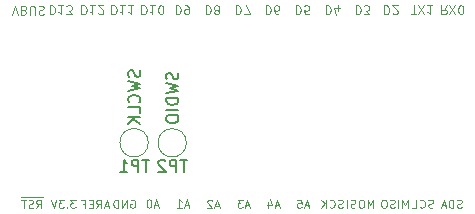
<source format=gbr>
G04 #@! TF.GenerationSoftware,KiCad,Pcbnew,(5.1.4)-1*
G04 #@! TF.CreationDate,2019-09-26T17:39:29-04:00*
G04 #@! TF.ProjectId,samd21-board,73616d64-3231-42d6-926f-6172642e6b69,rev?*
G04 #@! TF.SameCoordinates,Original*
G04 #@! TF.FileFunction,Legend,Bot*
G04 #@! TF.FilePolarity,Positive*
%FSLAX46Y46*%
G04 Gerber Fmt 4.6, Leading zero omitted, Abs format (unit mm)*
G04 Created by KiCad (PCBNEW (5.1.4)-1) date 2019-09-26 17:39:29*
%MOMM*%
%LPD*%
G04 APERTURE LIST*
%ADD10C,0.125000*%
%ADD11C,0.150000*%
%ADD12C,0.120000*%
G04 APERTURE END LIST*
D10*
X73474200Y-96230266D02*
X73140866Y-96230266D01*
X73540866Y-96430266D02*
X73307533Y-95730266D01*
X73074200Y-96430266D01*
X72474200Y-96430266D02*
X72874200Y-96430266D01*
X72674200Y-96430266D02*
X72674200Y-95730266D01*
X72740866Y-95830266D01*
X72807533Y-95896933D01*
X72874200Y-95930266D01*
X89085600Y-96455666D02*
X89085600Y-95755666D01*
X88852266Y-96255666D01*
X88618933Y-95755666D01*
X88618933Y-96455666D01*
X88152266Y-95755666D02*
X88018933Y-95755666D01*
X87952266Y-95789000D01*
X87885600Y-95855666D01*
X87852266Y-95989000D01*
X87852266Y-96222333D01*
X87885600Y-96355666D01*
X87952266Y-96422333D01*
X88018933Y-96455666D01*
X88152266Y-96455666D01*
X88218933Y-96422333D01*
X88285600Y-96355666D01*
X88318933Y-96222333D01*
X88318933Y-95989000D01*
X88285600Y-95855666D01*
X88218933Y-95789000D01*
X88152266Y-95755666D01*
X87585600Y-96422333D02*
X87485600Y-96455666D01*
X87318933Y-96455666D01*
X87252266Y-96422333D01*
X87218933Y-96389000D01*
X87185600Y-96322333D01*
X87185600Y-96255666D01*
X87218933Y-96189000D01*
X87252266Y-96155666D01*
X87318933Y-96122333D01*
X87452266Y-96089000D01*
X87518933Y-96055666D01*
X87552266Y-96022333D01*
X87585600Y-95955666D01*
X87585600Y-95889000D01*
X87552266Y-95822333D01*
X87518933Y-95789000D01*
X87452266Y-95755666D01*
X87285600Y-95755666D01*
X87185600Y-95789000D01*
X86885600Y-96455666D02*
X86885600Y-95755666D01*
X86498000Y-96422333D02*
X86398000Y-96455666D01*
X86231333Y-96455666D01*
X86164666Y-96422333D01*
X86131333Y-96389000D01*
X86098000Y-96322333D01*
X86098000Y-96255666D01*
X86131333Y-96189000D01*
X86164666Y-96155666D01*
X86231333Y-96122333D01*
X86364666Y-96089000D01*
X86431333Y-96055666D01*
X86464666Y-96022333D01*
X86498000Y-95955666D01*
X86498000Y-95889000D01*
X86464666Y-95822333D01*
X86431333Y-95789000D01*
X86364666Y-95755666D01*
X86198000Y-95755666D01*
X86098000Y-95789000D01*
X85398000Y-96389000D02*
X85431333Y-96422333D01*
X85531333Y-96455666D01*
X85598000Y-96455666D01*
X85698000Y-96422333D01*
X85764666Y-96355666D01*
X85798000Y-96289000D01*
X85831333Y-96155666D01*
X85831333Y-96055666D01*
X85798000Y-95922333D01*
X85764666Y-95855666D01*
X85698000Y-95789000D01*
X85598000Y-95755666D01*
X85531333Y-95755666D01*
X85431333Y-95789000D01*
X85398000Y-95822333D01*
X85098000Y-96455666D02*
X85098000Y-95755666D01*
X84698000Y-96455666D02*
X84998000Y-96055666D01*
X84698000Y-95755666D02*
X85098000Y-96155666D01*
X96582600Y-96422333D02*
X96482600Y-96455666D01*
X96315933Y-96455666D01*
X96249266Y-96422333D01*
X96215933Y-96389000D01*
X96182600Y-96322333D01*
X96182600Y-96255666D01*
X96215933Y-96189000D01*
X96249266Y-96155666D01*
X96315933Y-96122333D01*
X96449266Y-96089000D01*
X96515933Y-96055666D01*
X96549266Y-96022333D01*
X96582600Y-95955666D01*
X96582600Y-95889000D01*
X96549266Y-95822333D01*
X96515933Y-95789000D01*
X96449266Y-95755666D01*
X96282600Y-95755666D01*
X96182600Y-95789000D01*
X95882600Y-96455666D02*
X95882600Y-95755666D01*
X95715933Y-95755666D01*
X95615933Y-95789000D01*
X95549266Y-95855666D01*
X95515933Y-95922333D01*
X95482600Y-96055666D01*
X95482600Y-96155666D01*
X95515933Y-96289000D01*
X95549266Y-96355666D01*
X95615933Y-96422333D01*
X95715933Y-96455666D01*
X95882600Y-96455666D01*
X95215933Y-96255666D02*
X94882600Y-96255666D01*
X95282600Y-96455666D02*
X95049266Y-95755666D01*
X94815933Y-96455666D01*
X68554533Y-95789000D02*
X68621200Y-95755666D01*
X68721200Y-95755666D01*
X68821200Y-95789000D01*
X68887866Y-95855666D01*
X68921200Y-95922333D01*
X68954533Y-96055666D01*
X68954533Y-96155666D01*
X68921200Y-96289000D01*
X68887866Y-96355666D01*
X68821200Y-96422333D01*
X68721200Y-96455666D01*
X68654533Y-96455666D01*
X68554533Y-96422333D01*
X68521200Y-96389000D01*
X68521200Y-96155666D01*
X68654533Y-96155666D01*
X68221200Y-96455666D02*
X68221200Y-95755666D01*
X67821200Y-96455666D01*
X67821200Y-95755666D01*
X67487866Y-96455666D02*
X67487866Y-95755666D01*
X67321200Y-95755666D01*
X67221200Y-95789000D01*
X67154533Y-95855666D01*
X67121200Y-95922333D01*
X67087866Y-96055666D01*
X67087866Y-96155666D01*
X67121200Y-96289000D01*
X67154533Y-96355666D01*
X67221200Y-96422333D01*
X67321200Y-96455666D01*
X67487866Y-96455666D01*
X76039600Y-96281066D02*
X75706266Y-96281066D01*
X76106266Y-96481066D02*
X75872933Y-95781066D01*
X75639600Y-96481066D01*
X75439600Y-95847733D02*
X75406266Y-95814400D01*
X75339600Y-95781066D01*
X75172933Y-95781066D01*
X75106266Y-95814400D01*
X75072933Y-95847733D01*
X75039600Y-95914400D01*
X75039600Y-95981066D01*
X75072933Y-96081066D01*
X75472933Y-96481066D01*
X75039600Y-96481066D01*
X81145000Y-96255666D02*
X80811666Y-96255666D01*
X81211666Y-96455666D02*
X80978333Y-95755666D01*
X80745000Y-96455666D01*
X80211666Y-95989000D02*
X80211666Y-96455666D01*
X80378333Y-95722333D02*
X80545000Y-96222333D01*
X80111666Y-96222333D01*
X63898333Y-95755666D02*
X63465000Y-95755666D01*
X63698333Y-96022333D01*
X63598333Y-96022333D01*
X63531666Y-96055666D01*
X63498333Y-96089000D01*
X63465000Y-96155666D01*
X63465000Y-96322333D01*
X63498333Y-96389000D01*
X63531666Y-96422333D01*
X63598333Y-96455666D01*
X63798333Y-96455666D01*
X63865000Y-96422333D01*
X63898333Y-96389000D01*
X63165000Y-96389000D02*
X63131666Y-96422333D01*
X63165000Y-96455666D01*
X63198333Y-96422333D01*
X63165000Y-96389000D01*
X63165000Y-96455666D01*
X62898333Y-95755666D02*
X62465000Y-95755666D01*
X62698333Y-96022333D01*
X62598333Y-96022333D01*
X62531666Y-96055666D01*
X62498333Y-96089000D01*
X62465000Y-96155666D01*
X62465000Y-96322333D01*
X62498333Y-96389000D01*
X62531666Y-96422333D01*
X62598333Y-96455666D01*
X62798333Y-96455666D01*
X62865000Y-96422333D01*
X62898333Y-96389000D01*
X62265000Y-95755666D02*
X62031666Y-96455666D01*
X61798333Y-95755666D01*
X66690733Y-96281066D02*
X66357400Y-96281066D01*
X66757400Y-96481066D02*
X66524066Y-95781066D01*
X66290733Y-96481066D01*
X65657400Y-96481066D02*
X65890733Y-96147733D01*
X66057400Y-96481066D02*
X66057400Y-95781066D01*
X65790733Y-95781066D01*
X65724066Y-95814400D01*
X65690733Y-95847733D01*
X65657400Y-95914400D01*
X65657400Y-96014400D01*
X65690733Y-96081066D01*
X65724066Y-96114400D01*
X65790733Y-96147733D01*
X66057400Y-96147733D01*
X65357400Y-96114400D02*
X65124066Y-96114400D01*
X65024066Y-96481066D02*
X65357400Y-96481066D01*
X65357400Y-95781066D01*
X65024066Y-95781066D01*
X64490733Y-96114400D02*
X64724066Y-96114400D01*
X64724066Y-96481066D02*
X64724066Y-95781066D01*
X64390733Y-95781066D01*
X92006600Y-96455666D02*
X92006600Y-95755666D01*
X91773266Y-96255666D01*
X91539933Y-95755666D01*
X91539933Y-96455666D01*
X91206600Y-96455666D02*
X91206600Y-95755666D01*
X90906600Y-96422333D02*
X90806600Y-96455666D01*
X90639933Y-96455666D01*
X90573266Y-96422333D01*
X90539933Y-96389000D01*
X90506600Y-96322333D01*
X90506600Y-96255666D01*
X90539933Y-96189000D01*
X90573266Y-96155666D01*
X90639933Y-96122333D01*
X90773266Y-96089000D01*
X90839933Y-96055666D01*
X90873266Y-96022333D01*
X90906600Y-95955666D01*
X90906600Y-95889000D01*
X90873266Y-95822333D01*
X90839933Y-95789000D01*
X90773266Y-95755666D01*
X90606600Y-95755666D01*
X90506600Y-95789000D01*
X90073266Y-95755666D02*
X89939933Y-95755666D01*
X89873266Y-95789000D01*
X89806600Y-95855666D01*
X89773266Y-95989000D01*
X89773266Y-96222333D01*
X89806600Y-96355666D01*
X89873266Y-96422333D01*
X89939933Y-96455666D01*
X90073266Y-96455666D01*
X90139933Y-96422333D01*
X90206600Y-96355666D01*
X90239933Y-96222333D01*
X90239933Y-95989000D01*
X90206600Y-95855666D01*
X90139933Y-95789000D01*
X90073266Y-95755666D01*
X78605000Y-96255666D02*
X78271666Y-96255666D01*
X78671666Y-96455666D02*
X78438333Y-95755666D01*
X78205000Y-96455666D01*
X78038333Y-95755666D02*
X77605000Y-95755666D01*
X77838333Y-96022333D01*
X77738333Y-96022333D01*
X77671666Y-96055666D01*
X77638333Y-96089000D01*
X77605000Y-96155666D01*
X77605000Y-96322333D01*
X77638333Y-96389000D01*
X77671666Y-96422333D01*
X77738333Y-96455666D01*
X77938333Y-96455666D01*
X78005000Y-96422333D01*
X78038333Y-96389000D01*
X61148000Y-95497900D02*
X60448000Y-95497900D01*
X60581333Y-96481066D02*
X60814666Y-96147733D01*
X60981333Y-96481066D02*
X60981333Y-95781066D01*
X60714666Y-95781066D01*
X60648000Y-95814400D01*
X60614666Y-95847733D01*
X60581333Y-95914400D01*
X60581333Y-96014400D01*
X60614666Y-96081066D01*
X60648000Y-96114400D01*
X60714666Y-96147733D01*
X60981333Y-96147733D01*
X60448000Y-95497900D02*
X59781333Y-95497900D01*
X60314666Y-96447733D02*
X60214666Y-96481066D01*
X60048000Y-96481066D01*
X59981333Y-96447733D01*
X59948000Y-96414400D01*
X59914666Y-96347733D01*
X59914666Y-96281066D01*
X59948000Y-96214400D01*
X59981333Y-96181066D01*
X60048000Y-96147733D01*
X60181333Y-96114400D01*
X60248000Y-96081066D01*
X60281333Y-96047733D01*
X60314666Y-95981066D01*
X60314666Y-95914400D01*
X60281333Y-95847733D01*
X60248000Y-95814400D01*
X60181333Y-95781066D01*
X60014666Y-95781066D01*
X59914666Y-95814400D01*
X59781333Y-95497900D02*
X59248000Y-95497900D01*
X59714666Y-95781066D02*
X59314666Y-95781066D01*
X59514666Y-96481066D02*
X59514666Y-95781066D01*
X94152933Y-96422333D02*
X94052933Y-96455666D01*
X93886266Y-96455666D01*
X93819600Y-96422333D01*
X93786266Y-96389000D01*
X93752933Y-96322333D01*
X93752933Y-96255666D01*
X93786266Y-96189000D01*
X93819600Y-96155666D01*
X93886266Y-96122333D01*
X94019600Y-96089000D01*
X94086266Y-96055666D01*
X94119600Y-96022333D01*
X94152933Y-95955666D01*
X94152933Y-95889000D01*
X94119600Y-95822333D01*
X94086266Y-95789000D01*
X94019600Y-95755666D01*
X93852933Y-95755666D01*
X93752933Y-95789000D01*
X93052933Y-96389000D02*
X93086266Y-96422333D01*
X93186266Y-96455666D01*
X93252933Y-96455666D01*
X93352933Y-96422333D01*
X93419600Y-96355666D01*
X93452933Y-96289000D01*
X93486266Y-96155666D01*
X93486266Y-96055666D01*
X93452933Y-95922333D01*
X93419600Y-95855666D01*
X93352933Y-95789000D01*
X93252933Y-95755666D01*
X93186266Y-95755666D01*
X93086266Y-95789000D01*
X93052933Y-95822333D01*
X92419600Y-96455666D02*
X92752933Y-96455666D01*
X92752933Y-95755666D01*
X70908800Y-96230266D02*
X70575466Y-96230266D01*
X70975466Y-96430266D02*
X70742133Y-95730266D01*
X70508800Y-96430266D01*
X70142133Y-95730266D02*
X70075466Y-95730266D01*
X70008800Y-95763600D01*
X69975466Y-95796933D01*
X69942133Y-95863600D01*
X69908800Y-95996933D01*
X69908800Y-96163600D01*
X69942133Y-96296933D01*
X69975466Y-96363600D01*
X70008800Y-96396933D01*
X70075466Y-96430266D01*
X70142133Y-96430266D01*
X70208800Y-96396933D01*
X70242133Y-96363600D01*
X70275466Y-96296933D01*
X70308800Y-96163600D01*
X70308800Y-95996933D01*
X70275466Y-95863600D01*
X70242133Y-95796933D01*
X70208800Y-95763600D01*
X70142133Y-95730266D01*
X83634200Y-96255666D02*
X83300866Y-96255666D01*
X83700866Y-96455666D02*
X83467533Y-95755666D01*
X83234200Y-96455666D01*
X82667533Y-95755666D02*
X83000866Y-95755666D01*
X83034200Y-96089000D01*
X83000866Y-96055666D01*
X82934200Y-96022333D01*
X82767533Y-96022333D01*
X82700866Y-96055666D01*
X82667533Y-96089000D01*
X82634200Y-96155666D01*
X82634200Y-96322333D01*
X82667533Y-96389000D01*
X82700866Y-96422333D01*
X82767533Y-96455666D01*
X82934200Y-96455666D01*
X83000866Y-96422333D01*
X83034200Y-96389000D01*
X58518200Y-80090514D02*
X58768200Y-79340514D01*
X59018200Y-80090514D01*
X59518200Y-79733371D02*
X59625342Y-79697657D01*
X59661057Y-79661942D01*
X59696771Y-79590514D01*
X59696771Y-79483371D01*
X59661057Y-79411942D01*
X59625342Y-79376228D01*
X59553914Y-79340514D01*
X59268200Y-79340514D01*
X59268200Y-80090514D01*
X59518200Y-80090514D01*
X59589628Y-80054800D01*
X59625342Y-80019085D01*
X59661057Y-79947657D01*
X59661057Y-79876228D01*
X59625342Y-79804800D01*
X59589628Y-79769085D01*
X59518200Y-79733371D01*
X59268200Y-79733371D01*
X60018200Y-80090514D02*
X60018200Y-79483371D01*
X60053914Y-79411942D01*
X60089628Y-79376228D01*
X60161057Y-79340514D01*
X60303914Y-79340514D01*
X60375342Y-79376228D01*
X60411057Y-79411942D01*
X60446771Y-79483371D01*
X60446771Y-80090514D01*
X60768200Y-79376228D02*
X60875342Y-79340514D01*
X61053914Y-79340514D01*
X61125342Y-79376228D01*
X61161057Y-79411942D01*
X61196771Y-79483371D01*
X61196771Y-79554800D01*
X61161057Y-79626228D01*
X61125342Y-79661942D01*
X61053914Y-79697657D01*
X60911057Y-79733371D01*
X60839628Y-79769085D01*
X60803914Y-79804800D01*
X60768200Y-79876228D01*
X60768200Y-79947657D01*
X60803914Y-80019085D01*
X60839628Y-80054800D01*
X60911057Y-80090514D01*
X61089628Y-80090514D01*
X61196771Y-80054800D01*
X77449828Y-79315114D02*
X77449828Y-80065114D01*
X77628400Y-80065114D01*
X77735542Y-80029400D01*
X77806971Y-79957971D01*
X77842685Y-79886542D01*
X77878400Y-79743685D01*
X77878400Y-79636542D01*
X77842685Y-79493685D01*
X77806971Y-79422257D01*
X77735542Y-79350828D01*
X77628400Y-79315114D01*
X77449828Y-79315114D01*
X78128400Y-80065114D02*
X78628400Y-80065114D01*
X78306971Y-79315114D01*
X64392685Y-79315114D02*
X64392685Y-80065114D01*
X64571257Y-80065114D01*
X64678400Y-80029400D01*
X64749828Y-79957971D01*
X64785542Y-79886542D01*
X64821257Y-79743685D01*
X64821257Y-79636542D01*
X64785542Y-79493685D01*
X64749828Y-79422257D01*
X64678400Y-79350828D01*
X64571257Y-79315114D01*
X64392685Y-79315114D01*
X65535542Y-79315114D02*
X65106971Y-79315114D01*
X65321257Y-79315114D02*
X65321257Y-80065114D01*
X65249828Y-79957971D01*
X65178400Y-79886542D01*
X65106971Y-79850828D01*
X65821257Y-79993685D02*
X65856971Y-80029400D01*
X65928400Y-80065114D01*
X66106971Y-80065114D01*
X66178400Y-80029400D01*
X66214114Y-79993685D01*
X66249828Y-79922257D01*
X66249828Y-79850828D01*
X66214114Y-79743685D01*
X65785542Y-79315114D01*
X66249828Y-79315114D01*
X92314828Y-80065114D02*
X92743400Y-80065114D01*
X92529114Y-79315114D02*
X92529114Y-80065114D01*
X92921971Y-80065114D02*
X93421971Y-79315114D01*
X93421971Y-80065114D02*
X92921971Y-79315114D01*
X94100542Y-79315114D02*
X93671971Y-79315114D01*
X93886257Y-79315114D02*
X93886257Y-80065114D01*
X93814828Y-79957971D01*
X93743400Y-79886542D01*
X93671971Y-79850828D01*
X90022828Y-79315114D02*
X90022828Y-80065114D01*
X90201400Y-80065114D01*
X90308542Y-80029400D01*
X90379971Y-79957971D01*
X90415685Y-79886542D01*
X90451400Y-79743685D01*
X90451400Y-79636542D01*
X90415685Y-79493685D01*
X90379971Y-79422257D01*
X90308542Y-79350828D01*
X90201400Y-79315114D01*
X90022828Y-79315114D01*
X90737114Y-79993685D02*
X90772828Y-80029400D01*
X90844257Y-80065114D01*
X91022828Y-80065114D01*
X91094257Y-80029400D01*
X91129971Y-79993685D01*
X91165685Y-79922257D01*
X91165685Y-79850828D01*
X91129971Y-79743685D01*
X90701400Y-79315114D01*
X91165685Y-79315114D01*
X69472685Y-79315114D02*
X69472685Y-80065114D01*
X69651257Y-80065114D01*
X69758400Y-80029400D01*
X69829828Y-79957971D01*
X69865542Y-79886542D01*
X69901257Y-79743685D01*
X69901257Y-79636542D01*
X69865542Y-79493685D01*
X69829828Y-79422257D01*
X69758400Y-79350828D01*
X69651257Y-79315114D01*
X69472685Y-79315114D01*
X70615542Y-79315114D02*
X70186971Y-79315114D01*
X70401257Y-79315114D02*
X70401257Y-80065114D01*
X70329828Y-79957971D01*
X70258400Y-79886542D01*
X70186971Y-79850828D01*
X71079828Y-80065114D02*
X71151257Y-80065114D01*
X71222685Y-80029400D01*
X71258400Y-79993685D01*
X71294114Y-79922257D01*
X71329828Y-79779400D01*
X71329828Y-79600828D01*
X71294114Y-79457971D01*
X71258400Y-79386542D01*
X71222685Y-79350828D01*
X71151257Y-79315114D01*
X71079828Y-79315114D01*
X71008400Y-79350828D01*
X70972685Y-79386542D01*
X70936971Y-79457971D01*
X70901257Y-79600828D01*
X70901257Y-79779400D01*
X70936971Y-79922257D01*
X70972685Y-79993685D01*
X71008400Y-80029400D01*
X71079828Y-80065114D01*
X79989828Y-79315114D02*
X79989828Y-80065114D01*
X80168400Y-80065114D01*
X80275542Y-80029400D01*
X80346971Y-79957971D01*
X80382685Y-79886542D01*
X80418400Y-79743685D01*
X80418400Y-79636542D01*
X80382685Y-79493685D01*
X80346971Y-79422257D01*
X80275542Y-79350828D01*
X80168400Y-79315114D01*
X79989828Y-79315114D01*
X81061257Y-80065114D02*
X80918400Y-80065114D01*
X80846971Y-80029400D01*
X80811257Y-79993685D01*
X80739828Y-79886542D01*
X80704114Y-79743685D01*
X80704114Y-79457971D01*
X80739828Y-79386542D01*
X80775542Y-79350828D01*
X80846971Y-79315114D01*
X80989828Y-79315114D01*
X81061257Y-79350828D01*
X81096971Y-79386542D01*
X81132685Y-79457971D01*
X81132685Y-79636542D01*
X81096971Y-79707971D01*
X81061257Y-79743685D01*
X80989828Y-79779400D01*
X80846971Y-79779400D01*
X80775542Y-79743685D01*
X80739828Y-79707971D01*
X80704114Y-79636542D01*
X61725685Y-79315114D02*
X61725685Y-80065114D01*
X61904257Y-80065114D01*
X62011400Y-80029400D01*
X62082828Y-79957971D01*
X62118542Y-79886542D01*
X62154257Y-79743685D01*
X62154257Y-79636542D01*
X62118542Y-79493685D01*
X62082828Y-79422257D01*
X62011400Y-79350828D01*
X61904257Y-79315114D01*
X61725685Y-79315114D01*
X62868542Y-79315114D02*
X62439971Y-79315114D01*
X62654257Y-79315114D02*
X62654257Y-80065114D01*
X62582828Y-79957971D01*
X62511400Y-79886542D01*
X62439971Y-79850828D01*
X63118542Y-80065114D02*
X63582828Y-80065114D01*
X63332828Y-79779400D01*
X63439971Y-79779400D01*
X63511400Y-79743685D01*
X63547114Y-79707971D01*
X63582828Y-79636542D01*
X63582828Y-79457971D01*
X63547114Y-79386542D01*
X63511400Y-79350828D01*
X63439971Y-79315114D01*
X63225685Y-79315114D01*
X63154257Y-79350828D01*
X63118542Y-79386542D01*
X66932685Y-79315114D02*
X66932685Y-80065114D01*
X67111257Y-80065114D01*
X67218400Y-80029400D01*
X67289828Y-79957971D01*
X67325542Y-79886542D01*
X67361257Y-79743685D01*
X67361257Y-79636542D01*
X67325542Y-79493685D01*
X67289828Y-79422257D01*
X67218400Y-79350828D01*
X67111257Y-79315114D01*
X66932685Y-79315114D01*
X68075542Y-79315114D02*
X67646971Y-79315114D01*
X67861257Y-79315114D02*
X67861257Y-80065114D01*
X67789828Y-79957971D01*
X67718400Y-79886542D01*
X67646971Y-79850828D01*
X68789828Y-79315114D02*
X68361257Y-79315114D01*
X68575542Y-79315114D02*
X68575542Y-80065114D01*
X68504114Y-79957971D01*
X68432685Y-79886542D01*
X68361257Y-79850828D01*
X82529828Y-79315114D02*
X82529828Y-80065114D01*
X82708400Y-80065114D01*
X82815542Y-80029400D01*
X82886971Y-79957971D01*
X82922685Y-79886542D01*
X82958400Y-79743685D01*
X82958400Y-79636542D01*
X82922685Y-79493685D01*
X82886971Y-79422257D01*
X82815542Y-79350828D01*
X82708400Y-79315114D01*
X82529828Y-79315114D01*
X83636971Y-80065114D02*
X83279828Y-80065114D01*
X83244114Y-79707971D01*
X83279828Y-79743685D01*
X83351257Y-79779400D01*
X83529828Y-79779400D01*
X83601257Y-79743685D01*
X83636971Y-79707971D01*
X83672685Y-79636542D01*
X83672685Y-79457971D01*
X83636971Y-79386542D01*
X83601257Y-79350828D01*
X83529828Y-79315114D01*
X83351257Y-79315114D01*
X83279828Y-79350828D01*
X83244114Y-79386542D01*
X95301257Y-79315114D02*
X95051257Y-79672257D01*
X94872685Y-79315114D02*
X94872685Y-80065114D01*
X95158400Y-80065114D01*
X95229828Y-80029400D01*
X95265542Y-79993685D01*
X95301257Y-79922257D01*
X95301257Y-79815114D01*
X95265542Y-79743685D01*
X95229828Y-79707971D01*
X95158400Y-79672257D01*
X94872685Y-79672257D01*
X95551257Y-80065114D02*
X96051257Y-79315114D01*
X96051257Y-80065114D02*
X95551257Y-79315114D01*
X96479828Y-80065114D02*
X96551257Y-80065114D01*
X96622685Y-80029400D01*
X96658400Y-79993685D01*
X96694114Y-79922257D01*
X96729828Y-79779400D01*
X96729828Y-79600828D01*
X96694114Y-79457971D01*
X96658400Y-79386542D01*
X96622685Y-79350828D01*
X96551257Y-79315114D01*
X96479828Y-79315114D01*
X96408400Y-79350828D01*
X96372685Y-79386542D01*
X96336971Y-79457971D01*
X96301257Y-79600828D01*
X96301257Y-79779400D01*
X96336971Y-79922257D01*
X96372685Y-79993685D01*
X96408400Y-80029400D01*
X96479828Y-80065114D01*
X74909828Y-79315114D02*
X74909828Y-80065114D01*
X75088400Y-80065114D01*
X75195542Y-80029400D01*
X75266971Y-79957971D01*
X75302685Y-79886542D01*
X75338400Y-79743685D01*
X75338400Y-79636542D01*
X75302685Y-79493685D01*
X75266971Y-79422257D01*
X75195542Y-79350828D01*
X75088400Y-79315114D01*
X74909828Y-79315114D01*
X75766971Y-79743685D02*
X75695542Y-79779400D01*
X75659828Y-79815114D01*
X75624114Y-79886542D01*
X75624114Y-79922257D01*
X75659828Y-79993685D01*
X75695542Y-80029400D01*
X75766971Y-80065114D01*
X75909828Y-80065114D01*
X75981257Y-80029400D01*
X76016971Y-79993685D01*
X76052685Y-79922257D01*
X76052685Y-79886542D01*
X76016971Y-79815114D01*
X75981257Y-79779400D01*
X75909828Y-79743685D01*
X75766971Y-79743685D01*
X75695542Y-79707971D01*
X75659828Y-79672257D01*
X75624114Y-79600828D01*
X75624114Y-79457971D01*
X75659828Y-79386542D01*
X75695542Y-79350828D01*
X75766971Y-79315114D01*
X75909828Y-79315114D01*
X75981257Y-79350828D01*
X76016971Y-79386542D01*
X76052685Y-79457971D01*
X76052685Y-79600828D01*
X76016971Y-79672257D01*
X75981257Y-79707971D01*
X75909828Y-79743685D01*
X85069828Y-79315114D02*
X85069828Y-80065114D01*
X85248400Y-80065114D01*
X85355542Y-80029400D01*
X85426971Y-79957971D01*
X85462685Y-79886542D01*
X85498400Y-79743685D01*
X85498400Y-79636542D01*
X85462685Y-79493685D01*
X85426971Y-79422257D01*
X85355542Y-79350828D01*
X85248400Y-79315114D01*
X85069828Y-79315114D01*
X86141257Y-79815114D02*
X86141257Y-79315114D01*
X85962685Y-80100828D02*
X85784114Y-79565114D01*
X86248400Y-79565114D01*
X72369828Y-79315114D02*
X72369828Y-80065114D01*
X72548400Y-80065114D01*
X72655542Y-80029400D01*
X72726971Y-79957971D01*
X72762685Y-79886542D01*
X72798400Y-79743685D01*
X72798400Y-79636542D01*
X72762685Y-79493685D01*
X72726971Y-79422257D01*
X72655542Y-79350828D01*
X72548400Y-79315114D01*
X72369828Y-79315114D01*
X73155542Y-79315114D02*
X73298400Y-79315114D01*
X73369828Y-79350828D01*
X73405542Y-79386542D01*
X73476971Y-79493685D01*
X73512685Y-79636542D01*
X73512685Y-79922257D01*
X73476971Y-79993685D01*
X73441257Y-80029400D01*
X73369828Y-80065114D01*
X73226971Y-80065114D01*
X73155542Y-80029400D01*
X73119828Y-79993685D01*
X73084114Y-79922257D01*
X73084114Y-79743685D01*
X73119828Y-79672257D01*
X73155542Y-79636542D01*
X73226971Y-79600828D01*
X73369828Y-79600828D01*
X73441257Y-79636542D01*
X73476971Y-79672257D01*
X73512685Y-79743685D01*
X87609828Y-79315114D02*
X87609828Y-80065114D01*
X87788400Y-80065114D01*
X87895542Y-80029400D01*
X87966971Y-79957971D01*
X88002685Y-79886542D01*
X88038400Y-79743685D01*
X88038400Y-79636542D01*
X88002685Y-79493685D01*
X87966971Y-79422257D01*
X87895542Y-79350828D01*
X87788400Y-79315114D01*
X87609828Y-79315114D01*
X88288400Y-80065114D02*
X88752685Y-80065114D01*
X88502685Y-79779400D01*
X88609828Y-79779400D01*
X88681257Y-79743685D01*
X88716971Y-79707971D01*
X88752685Y-79636542D01*
X88752685Y-79457971D01*
X88716971Y-79386542D01*
X88681257Y-79350828D01*
X88609828Y-79315114D01*
X88395542Y-79315114D01*
X88324114Y-79350828D01*
X88288400Y-79386542D01*
D11*
X69314961Y-84809295D02*
X69362580Y-84952152D01*
X69362580Y-85190247D01*
X69314961Y-85285485D01*
X69267342Y-85333104D01*
X69172104Y-85380723D01*
X69076866Y-85380723D01*
X68981628Y-85333104D01*
X68934009Y-85285485D01*
X68886390Y-85190247D01*
X68838771Y-84999771D01*
X68791152Y-84904533D01*
X68743533Y-84856914D01*
X68648295Y-84809295D01*
X68553057Y-84809295D01*
X68457819Y-84856914D01*
X68410200Y-84904533D01*
X68362580Y-84999771D01*
X68362580Y-85237866D01*
X68410200Y-85380723D01*
X68362580Y-85714057D02*
X69362580Y-85952152D01*
X68648295Y-86142628D01*
X69362580Y-86333104D01*
X68362580Y-86571200D01*
X69267342Y-87523580D02*
X69314961Y-87475961D01*
X69362580Y-87333104D01*
X69362580Y-87237866D01*
X69314961Y-87095009D01*
X69219723Y-86999771D01*
X69124485Y-86952152D01*
X68934009Y-86904533D01*
X68791152Y-86904533D01*
X68600676Y-86952152D01*
X68505438Y-86999771D01*
X68410200Y-87095009D01*
X68362580Y-87237866D01*
X68362580Y-87333104D01*
X68410200Y-87475961D01*
X68457819Y-87523580D01*
X69362580Y-88428342D02*
X69362580Y-87952152D01*
X68362580Y-87952152D01*
X69362580Y-88761676D02*
X68362580Y-88761676D01*
X69362580Y-89333104D02*
X68791152Y-88904533D01*
X68362580Y-89333104D02*
X68934009Y-88761676D01*
X72540761Y-85002952D02*
X72588380Y-85145809D01*
X72588380Y-85383904D01*
X72540761Y-85479142D01*
X72493142Y-85526761D01*
X72397904Y-85574380D01*
X72302666Y-85574380D01*
X72207428Y-85526761D01*
X72159809Y-85479142D01*
X72112190Y-85383904D01*
X72064571Y-85193428D01*
X72016952Y-85098190D01*
X71969333Y-85050571D01*
X71874095Y-85002952D01*
X71778857Y-85002952D01*
X71683619Y-85050571D01*
X71636000Y-85098190D01*
X71588380Y-85193428D01*
X71588380Y-85431523D01*
X71636000Y-85574380D01*
X71588380Y-85907714D02*
X72588380Y-86145809D01*
X71874095Y-86336285D01*
X72588380Y-86526761D01*
X71588380Y-86764857D01*
X72588380Y-87145809D02*
X71588380Y-87145809D01*
X71588380Y-87383904D01*
X71636000Y-87526761D01*
X71731238Y-87622000D01*
X71826476Y-87669619D01*
X72016952Y-87717238D01*
X72159809Y-87717238D01*
X72350285Y-87669619D01*
X72445523Y-87622000D01*
X72540761Y-87526761D01*
X72588380Y-87383904D01*
X72588380Y-87145809D01*
X72588380Y-88145809D02*
X71588380Y-88145809D01*
X71588380Y-88812476D02*
X71588380Y-89002952D01*
X71636000Y-89098190D01*
X71731238Y-89193428D01*
X71921714Y-89241047D01*
X72255047Y-89241047D01*
X72445523Y-89193428D01*
X72540761Y-89098190D01*
X72588380Y-89002952D01*
X72588380Y-88812476D01*
X72540761Y-88717238D01*
X72445523Y-88622000D01*
X72255047Y-88574380D01*
X71921714Y-88574380D01*
X71731238Y-88622000D01*
X71636000Y-88717238D01*
X71588380Y-88812476D01*
D12*
X73275040Y-90947240D02*
G75*
G03X73275040Y-90947240I-1200000J0D01*
G01*
X70049240Y-90937080D02*
G75*
G03X70049240Y-90937080I-1200000J0D01*
G01*
D11*
X73336944Y-92397620D02*
X72765516Y-92397620D01*
X73051230Y-93397620D02*
X73051230Y-92397620D01*
X72432182Y-93397620D02*
X72432182Y-92397620D01*
X72051230Y-92397620D01*
X71955992Y-92445240D01*
X71908373Y-92492859D01*
X71860754Y-92588097D01*
X71860754Y-92730954D01*
X71908373Y-92826192D01*
X71955992Y-92873811D01*
X72051230Y-92921430D01*
X72432182Y-92921430D01*
X71479801Y-92492859D02*
X71432182Y-92445240D01*
X71336944Y-92397620D01*
X71098849Y-92397620D01*
X71003611Y-92445240D01*
X70955992Y-92492859D01*
X70908373Y-92588097D01*
X70908373Y-92683335D01*
X70955992Y-92826192D01*
X71527420Y-93397620D01*
X70908373Y-93397620D01*
X70111144Y-92387460D02*
X69539716Y-92387460D01*
X69825430Y-93387460D02*
X69825430Y-92387460D01*
X69206382Y-93387460D02*
X69206382Y-92387460D01*
X68825430Y-92387460D01*
X68730192Y-92435080D01*
X68682573Y-92482699D01*
X68634954Y-92577937D01*
X68634954Y-92720794D01*
X68682573Y-92816032D01*
X68730192Y-92863651D01*
X68825430Y-92911270D01*
X69206382Y-92911270D01*
X67682573Y-93387460D02*
X68254001Y-93387460D01*
X67968287Y-93387460D02*
X67968287Y-92387460D01*
X68063525Y-92530318D01*
X68158763Y-92625556D01*
X68254001Y-92673175D01*
M02*

</source>
